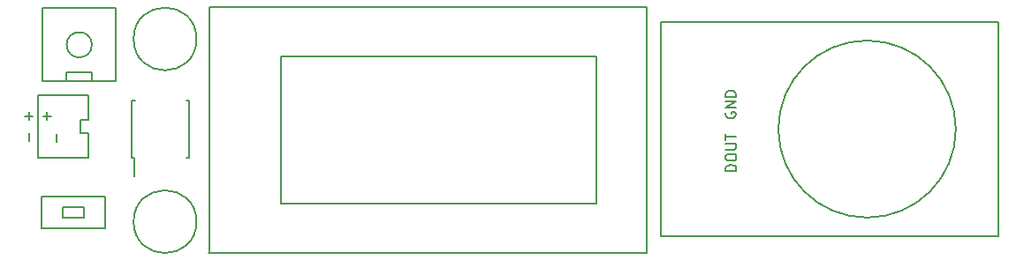
<source format=gbr>
G04 #@! TF.GenerationSoftware,KiCad,Pcbnew,5.0.2+dfsg1-1~bpo9+1*
G04 #@! TF.CreationDate,2020-02-22T15:05:15+00:00*
G04 #@! TF.ProjectId,tiny_powerbank_alyzer,74696e79-5f70-46f7-9765-7262616e6b5f,rev?*
G04 #@! TF.SameCoordinates,Original*
G04 #@! TF.FileFunction,Legend,Top*
G04 #@! TF.FilePolarity,Positive*
%FSLAX46Y46*%
G04 Gerber Fmt 4.6, Leading zero omitted, Abs format (unit mm)*
G04 Created by KiCad (PCBNEW 5.0.2+dfsg1-1~bpo9+1) date Sat 22 Feb 2020 15:05:15 GMT*
%MOMM*%
%LPD*%
G01*
G04 APERTURE LIST*
%ADD10C,0.150000*%
G04 APERTURE END LIST*
D10*
G04 #@! TO.C,SW1*
X105905300Y-65125600D02*
X99809300Y-65125600D01*
X99809300Y-65125600D02*
X99809300Y-62077600D01*
X99809300Y-62077600D02*
X105905300Y-62077600D01*
X105905300Y-62077600D02*
X105905300Y-65125600D01*
X103873300Y-64109600D02*
X101841300Y-64109600D01*
X101841300Y-64109600D02*
X101841300Y-63093600D01*
X101841300Y-63093600D02*
X103873300Y-63093600D01*
X103873300Y-63093600D02*
X103873300Y-64109600D01*
G04 #@! TO.C,U3*
X108420800Y-58337900D02*
X108625800Y-58337900D01*
X108420800Y-52837900D02*
X108720800Y-52837900D01*
X113930800Y-52837900D02*
X113630800Y-52837900D01*
X113930800Y-58337900D02*
X113630800Y-58337900D01*
X108420800Y-58337900D02*
X108420800Y-52837900D01*
X113930800Y-58337900D02*
X113930800Y-52837900D01*
X108625800Y-58337900D02*
X108625800Y-60087900D01*
G04 #@! TO.C,U1*
X101815900Y-58305700D02*
X99402900Y-58305700D01*
X99402900Y-58305700D02*
X99402900Y-52336700D01*
X99402900Y-52336700D02*
X104228900Y-52336700D01*
X104228900Y-58305700D02*
X101815900Y-58305700D01*
X104228900Y-55956200D02*
X103466900Y-55956200D01*
X103466900Y-55956200D02*
X103466900Y-54686200D01*
X103466900Y-54686200D02*
X104228900Y-54686200D01*
X104228900Y-52336700D02*
X104228900Y-54686200D01*
X104228900Y-55956200D02*
X104228900Y-58305700D01*
G04 #@! TO.C,U2*
X157810200Y-43850560D02*
X157810200Y-67452240D01*
X157810200Y-67452240D02*
X115839240Y-67452240D01*
X115839240Y-67457320D02*
X115808760Y-67457320D01*
X157810200Y-43850560D02*
X115839240Y-43850560D01*
X115839240Y-43850560D02*
X115839240Y-67452240D01*
X152908000Y-62717680D02*
X152908000Y-48600360D01*
X152908000Y-48600360D02*
X122707400Y-48600360D01*
X152908000Y-62717680D02*
X122707400Y-62717680D01*
X122707400Y-62717680D02*
X122707400Y-48600360D01*
G04 #@! TO.C,U4*
X159161480Y-65857120D02*
X159161480Y-45252640D01*
X159161480Y-45252640D02*
X159161480Y-45247560D01*
X159161480Y-65857120D02*
X191500760Y-65857120D01*
X159161480Y-45247560D02*
X191500760Y-45247560D01*
X191500760Y-65862200D02*
X191500760Y-45257720D01*
X187391041Y-55554880D02*
G75*
G03X187391041Y-55554880I-8503934J0D01*
G01*
G04 #@! TO.C,U5*
X114619669Y-46901100D02*
G75*
G03X114619669Y-46901100I-3012069J0D01*
G01*
G04 #@! TO.C,U6*
X114619669Y-64452500D02*
G75*
G03X114619669Y-64452500I-3012069J0D01*
G01*
G04 #@! TO.C,SW2*
X106893360Y-50960020D02*
X106893360Y-43959780D01*
X106893360Y-43959780D02*
X99893120Y-43959780D01*
X99893120Y-43959780D02*
X99893120Y-50954940D01*
X99893120Y-50954940D02*
X106893360Y-50954940D01*
X104597200Y-47459900D02*
G75*
G03X104597200Y-47459900I-1209040J0D01*
G01*
X102184200Y-50954940D02*
X102184200Y-50137060D01*
X102184200Y-50137060D02*
X104592120Y-50137060D01*
X104592120Y-50137060D02*
X104592120Y-50954940D01*
G04 #@! TO.C,U1*
X100299828Y-54686152D02*
X100299828Y-53924247D01*
X100680780Y-54305200D02*
X99918876Y-54305200D01*
X101245919Y-56768952D02*
X101245919Y-56007047D01*
X98585328Y-56718152D02*
X98585328Y-55956247D01*
X98585328Y-54686152D02*
X98585328Y-53924247D01*
X98966280Y-54305200D02*
X98204376Y-54305200D01*
G04 #@! TO.C,U4*
X165356920Y-53954584D02*
X165309300Y-54049822D01*
X165309300Y-54192680D01*
X165356920Y-54335537D01*
X165452158Y-54430775D01*
X165547396Y-54478394D01*
X165737872Y-54526013D01*
X165880729Y-54526013D01*
X166071205Y-54478394D01*
X166166443Y-54430775D01*
X166261681Y-54335537D01*
X166309300Y-54192680D01*
X166309300Y-54097441D01*
X166261681Y-53954584D01*
X166214062Y-53906965D01*
X165880729Y-53906965D01*
X165880729Y-54097441D01*
X166309300Y-53478394D02*
X165309300Y-53478394D01*
X166309300Y-52906965D01*
X165309300Y-52906965D01*
X166309300Y-52430775D02*
X165309300Y-52430775D01*
X165309300Y-52192680D01*
X165356920Y-52049822D01*
X165452158Y-51954584D01*
X165547396Y-51906965D01*
X165737872Y-51859346D01*
X165880729Y-51859346D01*
X166071205Y-51906965D01*
X166166443Y-51954584D01*
X166261681Y-52049822D01*
X166309300Y-52192680D01*
X166309300Y-52430775D01*
X166344860Y-59556756D02*
X165344860Y-59556756D01*
X165344860Y-59318660D01*
X165392480Y-59175803D01*
X165487718Y-59080565D01*
X165582956Y-59032946D01*
X165773432Y-58985327D01*
X165916289Y-58985327D01*
X166106765Y-59032946D01*
X166202003Y-59080565D01*
X166297241Y-59175803D01*
X166344860Y-59318660D01*
X166344860Y-59556756D01*
X165344860Y-58366280D02*
X165344860Y-58175803D01*
X165392480Y-58080565D01*
X165487718Y-57985327D01*
X165678194Y-57937708D01*
X166011527Y-57937708D01*
X166202003Y-57985327D01*
X166297241Y-58080565D01*
X166344860Y-58175803D01*
X166344860Y-58366280D01*
X166297241Y-58461518D01*
X166202003Y-58556756D01*
X166011527Y-58604375D01*
X165678194Y-58604375D01*
X165487718Y-58556756D01*
X165392480Y-58461518D01*
X165344860Y-58366280D01*
X165344860Y-57509137D02*
X166154384Y-57509137D01*
X166249622Y-57461518D01*
X166297241Y-57413899D01*
X166344860Y-57318660D01*
X166344860Y-57128184D01*
X166297241Y-57032946D01*
X166249622Y-56985327D01*
X166154384Y-56937708D01*
X165344860Y-56937708D01*
X165344860Y-56604375D02*
X165344860Y-56032946D01*
X166344860Y-56318660D02*
X165344860Y-56318660D01*
G04 #@! TD*
M02*

</source>
